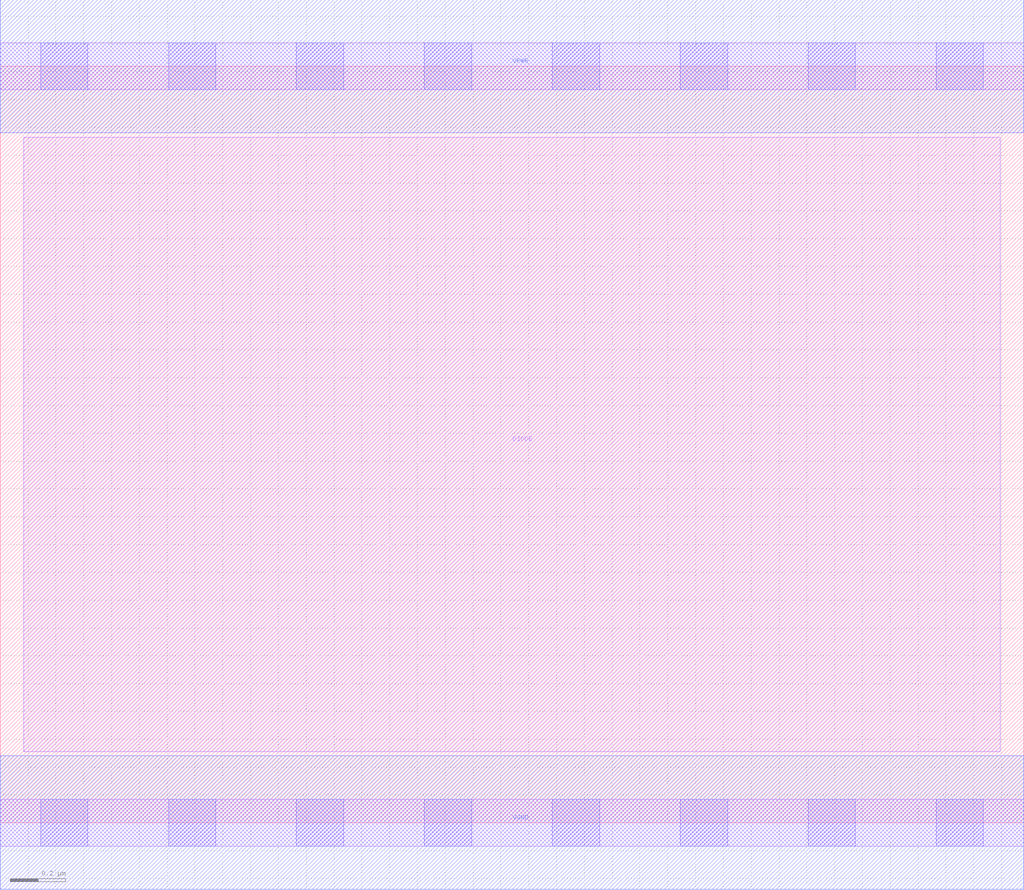
<source format=lef>
# Copyright 2020 The SkyWater PDK Authors
#
# Licensed under the Apache License, Version 2.0 (the "License");
# you may not use this file except in compliance with the License.
# You may obtain a copy of the License at
#
#     https://www.apache.org/licenses/LICENSE-2.0
#
# Unless required by applicable law or agreed to in writing, software
# distributed under the License is distributed on an "AS IS" BASIS,
# WITHOUT WARRANTIES OR CONDITIONS OF ANY KIND, either express or implied.
# See the License for the specific language governing permissions and
# limitations under the License.
#
# SPDX-License-Identifier: Apache-2.0

VERSION 5.7 ;
  NOWIREEXTENSIONATPIN ON ;
  DIVIDERCHAR "/" ;
  BUSBITCHARS "[]" ;
UNITS
  DATABASE MICRONS 200 ;
END UNITS
PROPERTYDEFINITIONS
  MACRO maskLayoutSubType STRING ;
  MACRO prCellType STRING ;
  MACRO originalViewName STRING ;
END PROPERTYDEFINITIONS
MACRO sky130_fd_sc_hdll__diode_8
  CLASS CORE ;
  FOREIGN sky130_fd_sc_hdll__diode_8 ;
  ORIGIN  0.000000  0.000000 ;
  SIZE  3.680000 BY  2.720000 ;
  SYMMETRY X Y R90 ;
  SITE unithd ;
  PIN DIODE
    ANTENNADIFFAREA  3.546400 ;
    DIRECTION INPUT ;
    USE SIGNAL ;
    PORT
      LAYER li1 ;
        RECT 0.085000 0.255000 3.595000 2.465000 ;
    END
  END DIODE
  PIN VGND
    USE GROUND ;
    PORT
      LAYER met1 ;
        RECT 0.000000 -0.240000 3.680000 0.240000 ;
    END
  END VGND
  PIN VPWR
    USE POWER ;
    PORT
      LAYER met1 ;
        RECT 0.000000 2.480000 3.680000 2.960000 ;
    END
  END VPWR
  OBS
    LAYER li1 ;
      RECT 0.000000 -0.085000 3.680000 0.085000 ;
      RECT 0.000000  2.635000 3.680000 2.805000 ;
    LAYER mcon ;
      RECT 0.145000 -0.085000 0.315000 0.085000 ;
      RECT 0.145000  2.635000 0.315000 2.805000 ;
      RECT 0.605000 -0.085000 0.775000 0.085000 ;
      RECT 0.605000  2.635000 0.775000 2.805000 ;
      RECT 1.065000 -0.085000 1.235000 0.085000 ;
      RECT 1.065000  2.635000 1.235000 2.805000 ;
      RECT 1.525000 -0.085000 1.695000 0.085000 ;
      RECT 1.525000  2.635000 1.695000 2.805000 ;
      RECT 1.985000 -0.085000 2.155000 0.085000 ;
      RECT 1.985000  2.635000 2.155000 2.805000 ;
      RECT 2.445000 -0.085000 2.615000 0.085000 ;
      RECT 2.445000  2.635000 2.615000 2.805000 ;
      RECT 2.905000 -0.085000 3.075000 0.085000 ;
      RECT 2.905000  2.635000 3.075000 2.805000 ;
      RECT 3.365000 -0.085000 3.535000 0.085000 ;
      RECT 3.365000  2.635000 3.535000 2.805000 ;
  END
  PROPERTY maskLayoutSubType "abstract" ;
  PROPERTY prCellType "standard" ;
  PROPERTY originalViewName "layout" ;
END sky130_fd_sc_hdll__diode_8
END LIBRARY

</source>
